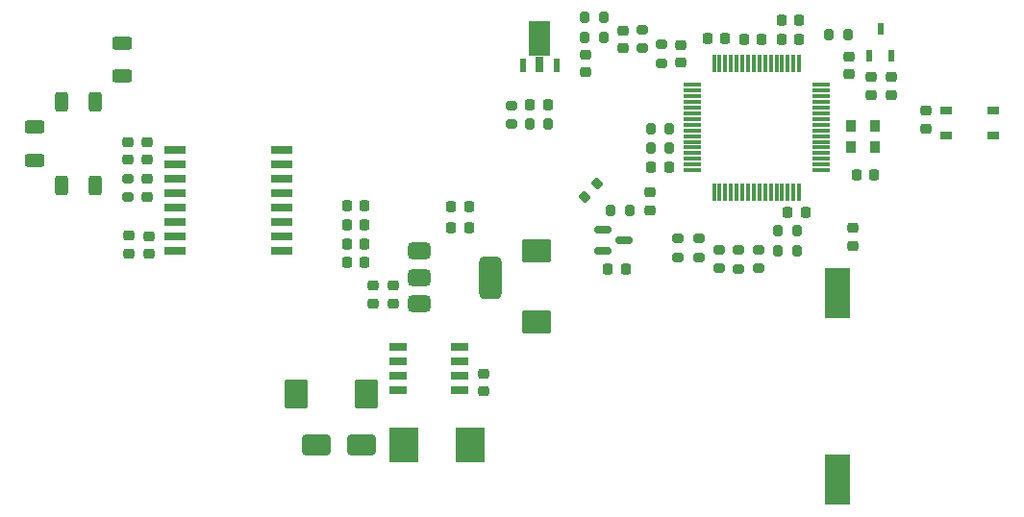
<source format=gbr>
%TF.GenerationSoftware,KiCad,Pcbnew,8.0.5*%
%TF.CreationDate,2024-10-07T01:51:17+09:00*%
%TF.ProjectId,fsk-energymeter,66736b2d-656e-4657-9267-796d65746572,v0.0.1*%
%TF.SameCoordinates,Original*%
%TF.FileFunction,Paste,Top*%
%TF.FilePolarity,Positive*%
%FSLAX46Y46*%
G04 Gerber Fmt 4.6, Leading zero omitted, Abs format (unit mm)*
G04 Created by KiCad (PCBNEW 8.0.5) date 2024-10-07 01:51:17*
%MOMM*%
%LPD*%
G01*
G04 APERTURE LIST*
G04 Aperture macros list*
%AMRoundRect*
0 Rectangle with rounded corners*
0 $1 Rounding radius*
0 $2 $3 $4 $5 $6 $7 $8 $9 X,Y pos of 4 corners*
0 Add a 4 corners polygon primitive as box body*
4,1,4,$2,$3,$4,$5,$6,$7,$8,$9,$2,$3,0*
0 Add four circle primitives for the rounded corners*
1,1,$1+$1,$2,$3*
1,1,$1+$1,$4,$5*
1,1,$1+$1,$6,$7*
1,1,$1+$1,$8,$9*
0 Add four rect primitives between the rounded corners*
20,1,$1+$1,$2,$3,$4,$5,0*
20,1,$1+$1,$4,$5,$6,$7,0*
20,1,$1+$1,$6,$7,$8,$9,0*
20,1,$1+$1,$8,$9,$2,$3,0*%
G04 Aperture macros list end*
%ADD10RoundRect,0.225000X-0.225000X-0.250000X0.225000X-0.250000X0.225000X0.250000X-0.225000X0.250000X0*%
%ADD11RoundRect,0.225000X0.250000X-0.225000X0.250000X0.225000X-0.250000X0.225000X-0.250000X-0.225000X0*%
%ADD12RoundRect,0.200000X-0.200000X-0.275000X0.200000X-0.275000X0.200000X0.275000X-0.200000X0.275000X0*%
%ADD13RoundRect,0.225000X0.225000X0.250000X-0.225000X0.250000X-0.225000X-0.250000X0.225000X-0.250000X0*%
%ADD14RoundRect,0.200000X-0.275000X0.200000X-0.275000X-0.200000X0.275000X-0.200000X0.275000X0.200000X0*%
%ADD15RoundRect,0.200000X0.053033X-0.335876X0.335876X-0.053033X-0.053033X0.335876X-0.335876X0.053033X0*%
%ADD16R,2.300000X4.500000*%
%ADD17RoundRect,0.225000X-0.250000X0.225000X-0.250000X-0.225000X0.250000X-0.225000X0.250000X0.225000X0*%
%ADD18R,0.550000X1.300000*%
%ADD19R,0.800000X1.475000*%
%ADD20R,1.850000X3.125000*%
%ADD21RoundRect,0.250000X0.787500X1.025000X-0.787500X1.025000X-0.787500X-1.025000X0.787500X-1.025000X0*%
%ADD22RoundRect,0.250000X1.025000X-0.787500X1.025000X0.787500X-1.025000X0.787500X-1.025000X-0.787500X0*%
%ADD23RoundRect,0.075000X0.700000X0.075000X-0.700000X0.075000X-0.700000X-0.075000X0.700000X-0.075000X0*%
%ADD24RoundRect,0.075000X0.075000X0.700000X-0.075000X0.700000X-0.075000X-0.700000X0.075000X-0.700000X0*%
%ADD25R,0.600000X1.000000*%
%ADD26RoundRect,0.250000X0.312500X0.625000X-0.312500X0.625000X-0.312500X-0.625000X0.312500X-0.625000X0*%
%ADD27RoundRect,0.200000X0.275000X-0.200000X0.275000X0.200000X-0.275000X0.200000X-0.275000X-0.200000X0*%
%ADD28RoundRect,0.218750X-0.256250X0.218750X-0.256250X-0.218750X0.256250X-0.218750X0.256250X0.218750X0*%
%ADD29RoundRect,0.250000X-0.625000X0.312500X-0.625000X-0.312500X0.625000X-0.312500X0.625000X0.312500X0*%
%ADD30RoundRect,0.250000X1.000000X0.650000X-1.000000X0.650000X-1.000000X-0.650000X1.000000X-0.650000X0*%
%ADD31R,0.900000X1.000000*%
%ADD32RoundRect,0.150000X-0.587500X-0.150000X0.587500X-0.150000X0.587500X0.150000X-0.587500X0.150000X0*%
%ADD33RoundRect,0.500000X-0.500000X-1.400000X0.500000X-1.400000X0.500000X1.400000X-0.500000X1.400000X0*%
%ADD34RoundRect,0.375000X-0.625000X-0.375000X0.625000X-0.375000X0.625000X0.375000X-0.625000X0.375000X0*%
%ADD35R,1.528000X0.650000*%
%ADD36RoundRect,0.200000X0.200000X0.275000X-0.200000X0.275000X-0.200000X-0.275000X0.200000X-0.275000X0*%
%ADD37R,2.550000X3.050000*%
%ADD38RoundRect,0.250000X-0.312500X-0.625000X0.312500X-0.625000X0.312500X0.625000X-0.312500X0.625000X0*%
%ADD39R,1.050000X0.650000*%
%ADD40R,1.925000X0.650000*%
G04 APERTURE END LIST*
D10*
%TO.C,C16*%
X141975000Y-76775000D03*
X143525000Y-76775000D03*
%TD*%
D11*
%TO.C,C3*%
X139600000Y-78875000D03*
X139600000Y-77325000D03*
%TD*%
D12*
%TO.C,R23*%
X148175000Y-93700000D03*
X149825000Y-93700000D03*
%TD*%
D11*
%TO.C,C24*%
X122250000Y-107825000D03*
X122250000Y-106275000D03*
%TD*%
D13*
%TO.C,C2*%
X127900000Y-82600000D03*
X126350000Y-82600000D03*
%TD*%
%TO.C,C23*%
X134775000Y-97100000D03*
X133225000Y-97100000D03*
%TD*%
D14*
%TO.C,R18*%
X141200000Y-94375000D03*
X141200000Y-96025000D03*
%TD*%
D15*
%TO.C,R12*%
X131116637Y-90683363D03*
X132283363Y-89516637D03*
%TD*%
D13*
%TO.C,C19*%
X138575000Y-88100000D03*
X137025000Y-88100000D03*
%TD*%
%TO.C,C14*%
X156650000Y-88775000D03*
X155100000Y-88775000D03*
%TD*%
D16*
%TO.C,BT1*%
X153400000Y-99175000D03*
X153400000Y-115575000D03*
%TD*%
D17*
%TO.C,C8*%
X91000000Y-94125000D03*
X91000000Y-95675000D03*
%TD*%
%TO.C,C13*%
X134500000Y-76050000D03*
X134500000Y-77600000D03*
%TD*%
D18*
%TO.C,IC1*%
X125700000Y-79100000D03*
D19*
X127200000Y-79012000D03*
D18*
X128700000Y-79100000D03*
D20*
X127200000Y-76712000D03*
%TD*%
D21*
%TO.C,C25*%
X111975000Y-108100000D03*
X105750000Y-108100000D03*
%TD*%
D10*
%TO.C,C28*%
X119425000Y-91600000D03*
X120975000Y-91600000D03*
%TD*%
D22*
%TO.C,C26*%
X126900000Y-101712500D03*
X126900000Y-95487500D03*
%TD*%
D17*
%TO.C,C33*%
X154800000Y-93450000D03*
X154800000Y-95000000D03*
%TD*%
D11*
%TO.C,C29*%
X114300000Y-100075000D03*
X114300000Y-98525000D03*
%TD*%
D17*
%TO.C,C20*%
X154400000Y-78325000D03*
X154400000Y-79875000D03*
%TD*%
D23*
%TO.C,U3*%
X151975000Y-88350000D03*
X151975000Y-87850000D03*
X151975000Y-87350000D03*
X151975000Y-86850000D03*
X151975000Y-86350000D03*
X151975000Y-85850000D03*
X151975000Y-85350000D03*
X151975000Y-84850000D03*
X151975000Y-84350000D03*
X151975000Y-83850000D03*
X151975000Y-83350000D03*
X151975000Y-82850000D03*
X151975000Y-82350000D03*
X151975000Y-81850000D03*
X151975000Y-81350000D03*
X151975000Y-80850000D03*
D24*
X150050000Y-78925000D03*
X149550000Y-78925000D03*
X149050000Y-78925000D03*
X148550000Y-78925000D03*
X148050000Y-78925000D03*
X147550000Y-78925000D03*
X147050000Y-78925000D03*
X146550000Y-78925000D03*
X146050000Y-78925000D03*
X145550000Y-78925000D03*
X145050000Y-78925000D03*
X144550000Y-78925000D03*
X144050000Y-78925000D03*
X143550000Y-78925000D03*
X143050000Y-78925000D03*
X142550000Y-78925000D03*
D23*
X140625000Y-80850000D03*
X140625000Y-81350000D03*
X140625000Y-81850000D03*
X140625000Y-82350000D03*
X140625000Y-82850000D03*
X140625000Y-83350000D03*
X140625000Y-83850000D03*
X140625000Y-84350000D03*
X140625000Y-84850000D03*
X140625000Y-85350000D03*
X140625000Y-85850000D03*
X140625000Y-86350000D03*
X140625000Y-86850000D03*
X140625000Y-87350000D03*
X140625000Y-87850000D03*
X140625000Y-88350000D03*
D24*
X142550000Y-90275000D03*
X143050000Y-90275000D03*
X143550000Y-90275000D03*
X144050000Y-90275000D03*
X144550000Y-90275000D03*
X145050000Y-90275000D03*
X145550000Y-90275000D03*
X146050000Y-90275000D03*
X146550000Y-90275000D03*
X147050000Y-90275000D03*
X147550000Y-90275000D03*
X148050000Y-90275000D03*
X148550000Y-90275000D03*
X149050000Y-90275000D03*
X149550000Y-90275000D03*
X150050000Y-90275000D03*
%TD*%
D25*
%TO.C,IC3*%
X156245000Y-78300000D03*
X158155000Y-78300000D03*
X157200000Y-75900000D03*
%TD*%
D26*
%TO.C,R4*%
X88062500Y-82300000D03*
X85137500Y-82300000D03*
%TD*%
D12*
%TO.C,R1*%
X126300000Y-84300000D03*
X127950000Y-84300000D03*
%TD*%
D14*
%TO.C,R10*%
X136200000Y-75950000D03*
X136200000Y-77600000D03*
%TD*%
D17*
%TO.C,C31*%
X161200000Y-83125000D03*
X161200000Y-84675000D03*
%TD*%
D27*
%TO.C,R2*%
X137900000Y-78925000D03*
X137900000Y-77275000D03*
%TD*%
D17*
%TO.C,C7*%
X92800000Y-94150000D03*
X92800000Y-95700000D03*
%TD*%
D11*
%TO.C,C5*%
X90912000Y-87430000D03*
X90912000Y-85880000D03*
%TD*%
D28*
%TO.C,D3*%
X136900000Y-90312500D03*
X136900000Y-91887500D03*
%TD*%
D14*
%TO.C,R17*%
X139400000Y-94375000D03*
X139400000Y-96025000D03*
%TD*%
D10*
%TO.C,C12*%
X110250000Y-91500000D03*
X111800000Y-91500000D03*
%TD*%
D29*
%TO.C,R5*%
X82700000Y-84537500D03*
X82700000Y-87462500D03*
%TD*%
D10*
%TO.C,C9*%
X110250000Y-94900000D03*
X111800000Y-94900000D03*
%TD*%
D17*
%TO.C,C4*%
X92612000Y-85855000D03*
X92612000Y-87405000D03*
%TD*%
D10*
%TO.C,C15*%
X148525000Y-75100000D03*
X150075000Y-75100000D03*
%TD*%
D12*
%TO.C,R14*%
X136975000Y-86400000D03*
X138625000Y-86400000D03*
%TD*%
D11*
%TO.C,C30*%
X112500000Y-100075000D03*
X112500000Y-98525000D03*
%TD*%
D14*
%TO.C,R11*%
X124700000Y-82650000D03*
X124700000Y-84300000D03*
%TD*%
D30*
%TO.C,D2*%
X111500000Y-112600000D03*
X107500000Y-112600000D03*
%TD*%
D31*
%TO.C,X1*%
X156700000Y-84425000D03*
X154600000Y-84425000D03*
X154600000Y-86325000D03*
X156700000Y-86325000D03*
%TD*%
D13*
%TO.C,C18*%
X150600000Y-92100000D03*
X149050000Y-92100000D03*
%TD*%
D32*
%TO.C,D1*%
X132725000Y-93600000D03*
X132725000Y-95500000D03*
X134600000Y-94550000D03*
%TD*%
D12*
%TO.C,R8*%
X131175000Y-76700000D03*
X132825000Y-76700000D03*
%TD*%
D33*
%TO.C,U2*%
X122850000Y-97800000D03*
D34*
X116550000Y-95500000D03*
X116550000Y-97800000D03*
X116550000Y-100100000D03*
%TD*%
D10*
%TO.C,C27*%
X119425000Y-93400000D03*
X120975000Y-93400000D03*
%TD*%
%TO.C,C10*%
X110225000Y-96500000D03*
X111775000Y-96500000D03*
%TD*%
%TO.C,C11*%
X110250000Y-93200000D03*
X111800000Y-93200000D03*
%TD*%
D17*
%TO.C,C21*%
X156400000Y-80150000D03*
X156400000Y-81700000D03*
%TD*%
D35*
%TO.C,IC4*%
X120172000Y-107705000D03*
X120172000Y-106435000D03*
X120172000Y-105165000D03*
X120172000Y-103895000D03*
X114750000Y-103895000D03*
X114750000Y-105165000D03*
X114750000Y-106435000D03*
X114750000Y-107705000D03*
%TD*%
D36*
%TO.C,R16*%
X154325000Y-76400000D03*
X152675000Y-76400000D03*
%TD*%
D29*
%TO.C,R3*%
X90400000Y-77137500D03*
X90400000Y-80062500D03*
%TD*%
D36*
%TO.C,R13*%
X138625000Y-84700000D03*
X136975000Y-84700000D03*
%TD*%
D17*
%TO.C,C1*%
X131250000Y-78150000D03*
X131250000Y-79700000D03*
%TD*%
D37*
%TO.C,L1*%
X121100000Y-112600000D03*
X115200000Y-112600000D03*
%TD*%
D27*
%TO.C,R21*%
X144700000Y-97025000D03*
X144700000Y-95375000D03*
%TD*%
D14*
%TO.C,R7*%
X90900000Y-89075000D03*
X90900000Y-90725000D03*
%TD*%
D27*
%TO.C,R22*%
X143000000Y-97000000D03*
X143000000Y-95350000D03*
%TD*%
D38*
%TO.C,R6*%
X85137500Y-89700000D03*
X88062500Y-89700000D03*
%TD*%
D12*
%TO.C,R9*%
X131175000Y-74900000D03*
X132825000Y-74900000D03*
%TD*%
D10*
%TO.C,C17*%
X148500000Y-76800000D03*
X150050000Y-76800000D03*
%TD*%
D39*
%TO.C,SW1*%
X163025000Y-83125000D03*
X167175000Y-83125000D03*
X163025000Y-85275000D03*
X167175000Y-85275000D03*
%TD*%
D13*
%TO.C,C32*%
X146775000Y-76800000D03*
X145225000Y-76800000D03*
%TD*%
D27*
%TO.C,R20*%
X146437500Y-97012500D03*
X146437500Y-95362500D03*
%TD*%
D11*
%TO.C,C6*%
X92600000Y-90675000D03*
X92600000Y-89125000D03*
%TD*%
D40*
%TO.C,IC2*%
X95088000Y-86555000D03*
X95088000Y-87825000D03*
X95088000Y-89095000D03*
X95088000Y-90365000D03*
X95088000Y-91635000D03*
X95088000Y-92905000D03*
X95088000Y-94175000D03*
X95088000Y-95445000D03*
X104512000Y-95445000D03*
X104512000Y-94175000D03*
X104512000Y-92905000D03*
X104512000Y-91635000D03*
X104512000Y-90365000D03*
X104512000Y-89095000D03*
X104512000Y-87825000D03*
X104512000Y-86555000D03*
%TD*%
D17*
%TO.C,C22*%
X158200000Y-80175000D03*
X158200000Y-81725000D03*
%TD*%
D36*
%TO.C,R15*%
X135125000Y-91900000D03*
X133475000Y-91900000D03*
%TD*%
%TO.C,R19*%
X149825000Y-95500000D03*
X148175000Y-95500000D03*
%TD*%
M02*

</source>
